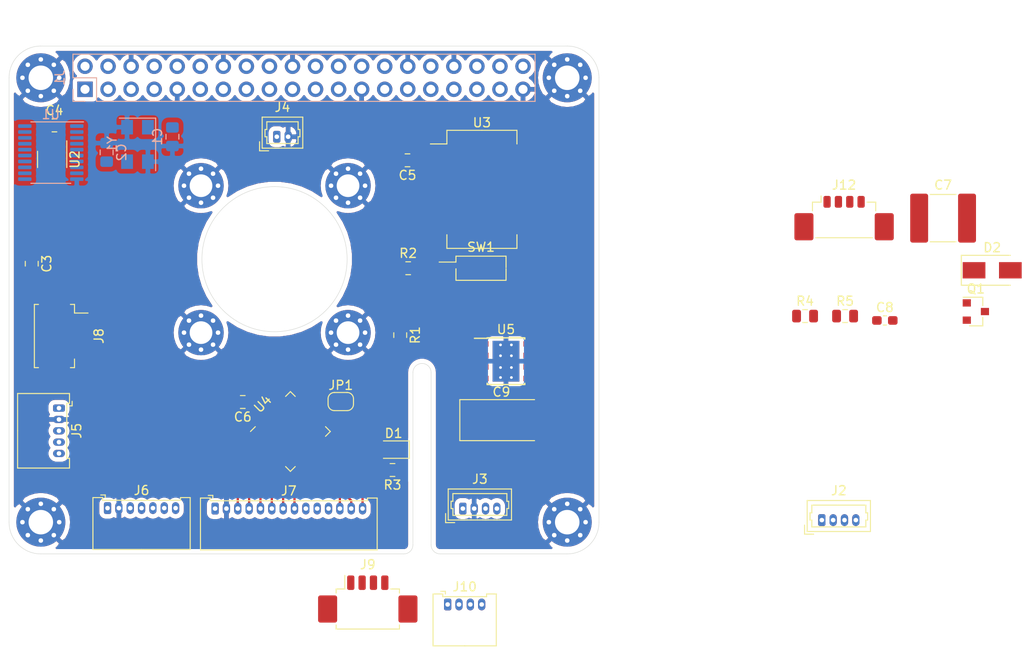
<source format=kicad_pcb>
(kicad_pcb (version 20171130) (host pcbnew 5.1.6)
  (layers (0 F.Cu signal) (31 B.Cu signal) (34 B.Paste user) (35 F.Paste user) (36 B.SilkS user) (37 F.SilkS user) (38 B.Mask user) (39 F.Mask user) (44 Edge.Cuts user))
  (net 0 "")
  (net 1 GND)
  (net 2 "Net-(C1-Pad1)")
  (net 3 "Net-(C2-Pad1)")
  (net 4 +3V3)
  (net 5 "Net-(D1-Pad1)")
  (net 6 /LED_BOARD)
  (net 7 +5V)
  (net 8 /SDA)
  (net 9 /SCL)
  (net 10 "Net-(J1-Pad7)")
  (net 11 /UART_TX)
  (net 12 /UART_RX)
  (net 13 /BTN_TEAM1)
  (net 14 "Net-(J1-Pad12)")
  (net 15 /BTN_TEAM2)
  (net 16 /BTN_START)
  (net 17 /LCD_RS)
  (net 18 "Net-(J1-Pad17)")
  (net 19 /LCD_RST)
  (net 20 /MOSI)
  (net 21 /MISO)
  (net 22 /TS_INT)
  (net 23 /SCLK)
  (net 24 /CS0)
  (net 25 /CS1)
  (net 26 "Net-(J1-Pad27)")
  (net 27 "Net-(J1-Pad28)")
  (net 28 /SHDN_REQ)
  (net 29 /SHDN_OK)
  (net 30 "Net-(J1-Pad32)")
  (net 31 "Net-(J1-Pad33)")
  (net 32 "Net-(J1-Pad35)")
  (net 33 "Net-(J1-Pad38)")
  (net 34 "Net-(J1-Pad40)")
  (net 35 /LED_READY)
  (net 36 /LED_DEBUG)
  (net 37 /LED_BUS)
  (net 38 /LED_COMM)
  (net 39 /LED_ERROR)
  (net 40 /LED_POWER)
  (net 41 /LED_RGB_R)
  (net 42 /LED_RGB_G)
  (net 43 /LED_RGB_B)
  (net 44 "Net-(J8-Pad1)")
  (net 45 "Net-(R1-Pad2)")
  (net 46 /ROBOT_SELECT)
  (net 47 "Net-(U1-Pad1)")
  (net 48 "Net-(U1-Pad2)")
  (net 49 "Net-(U1-Pad3)")
  (net 50 "Net-(U1-Pad4)")
  (net 51 "Net-(U1-Pad5)")
  (net 52 "Net-(U1-Pad6)")
  (net 53 "Net-(U1-Pad7)")
  (net 54 "Net-(U1-Pad11)")
  (net 55 "Net-(U1-Pad12)")
  (net 56 /CAN_INT)
  (net 57 "Net-(U1-Pad15)")
  (net 58 "Net-(U2-Pad5)")
  (net 59 "Net-(U3-Pad1)")
  (net 60 "Net-(U3-Pad3)")
  (net 61 "Net-(U3-Pad4)")
  (net 62 "Net-(U3-Pad10)")
  (net 63 +BATT)
  (net 64 "Net-(U4-Pad14)")
  (net 65 "Net-(U4-Pad15)")
  (net 66 "Net-(U4-Pad17)")
  (net 67 "Net-(U4-Pad18)")
  (net 68 "Net-(U4-Pad19)")
  (net 69 "Net-(U3-Pad5)")
  (net 70 "Net-(U3-Pad6)")
  (net 71 "Net-(U3-Pad7)")
  (net 72 "Net-(U3-Pad8)")
  (net 73 "Net-(U3-Pad9)")
  (net 74 "Net-(U3-Pad11)")
  (net 75 "Net-(U3-Pad12)")
  (net 76 /CANL)
  (net 77 /CANH)
  (net 78 VBUS)
  (net 79 +12V)
  (net 80 "Net-(C8-Pad1)")
  (net 81 "Net-(C8-Pad2)")
  (net 82 /VBUS_DIS)
  (net 83 "Net-(R4-Pad2)")
  (net 84 "Net-(U5-Pad2)")
  (net 85 "Net-(U5-Pad3)")
  (net 86 "Net-(U5-Pad5)")
  (net 87 "Net-(U4-Pad16)")
  (module Capacitor_SMD:C_0805_2012Metric_Pad1.15x1.40mm_HandSolder (layer B.Cu) (at 54.5 46.5 270)
    (fp_text reference C1 (at 0 1.65 270) (layer B.SilkS) (effects (justify mirror)))
    (fp_text value 15p)
    (pad 2 smd roundrect (at 1.025 0 270) (size 1.15 1.4) (layers B.Cu B.Paste B.Mask) (roundrect_rratio 0.217391) (net 1 GND))
    (pad 1 smd roundrect (at -1.025 0 270) (size 1.15 1.4) (layers B.Cu B.Paste B.Mask) (roundrect_rratio 0.217391) (net 2 "Net-(C1-Pad1)"))
  )
  (module Capacitor_SMD:C_0805_2012Metric_Pad1.15x1.40mm_HandSolder (layer B.Cu) (at 47.25 48.225 90)
    (fp_text reference C2 (at 0 1.65 270) (layer B.SilkS) (effects (justify mirror)))
    (fp_text value 15p)
    (pad 1 smd roundrect (at -1.025 0 90) (size 1.15 1.4) (layers B.Cu B.Paste B.Mask) (roundrect_rratio 0.217391) (net 3 "Net-(C2-Pad1)"))
    (pad 2 smd roundrect (at 1.025 0 90) (size 1.15 1.4) (layers B.Cu B.Paste B.Mask) (roundrect_rratio 0.217391) (net 1 GND))
  )
  (module Capacitor_SMD:C_0805_2012Metric_Pad1.15x1.40mm_HandSolder (layer F.Cu) (at 39 60.5 270)
    (fp_text reference C3 (at 0 -1.65 90) (layer F.SilkS))
    (fp_text value 100n)
    (pad 2 smd roundrect (at 1.025 0 270) (size 1.15 1.4) (layers F.Cu F.Paste F.Mask) (roundrect_rratio 0.217391) (net 1 GND))
    (pad 1 smd roundrect (at -1.025 0 270) (size 1.15 1.4) (layers F.Cu F.Paste F.Mask) (roundrect_rratio 0.217391) (net 4 +3V3))
  )
  (module Capacitor_SMD:C_0805_2012Metric_Pad1.15x1.40mm_HandSolder (layer F.Cu) (at 41.5 45.25)
    (fp_text reference C4 (at 0 -1.65) (layer F.SilkS))
    (fp_text value 100n)
    (pad 1 smd roundrect (at -1.025 0) (size 1.15 1.4) (layers F.Cu F.Paste F.Mask) (roundrect_rratio 0.217391) (net 4 +3V3))
    (pad 2 smd roundrect (at 1.025 0) (size 1.15 1.4) (layers F.Cu F.Paste F.Mask) (roundrect_rratio 0.217391) (net 1 GND))
  )
  (module Capacitor_SMD:C_0805_2012Metric_Pad1.15x1.40mm_HandSolder (layer F.Cu) (at 80.4 49.1 180)
    (fp_text reference C5 (at 0 -1.65) (layer F.SilkS))
    (fp_text value 100n)
    (pad 1 smd roundrect (at -1.025 0 180) (size 1.15 1.4) (layers F.Cu F.Paste F.Mask) (roundrect_rratio 0.217391) (net 4 +3V3))
    (pad 2 smd roundrect (at 1.025 0 180) (size 1.15 1.4) (layers F.Cu F.Paste F.Mask) (roundrect_rratio 0.217391) (net 1 GND))
  )
  (module Capacitor_SMD:C_0805_2012Metric_Pad1.15x1.40mm_HandSolder (layer F.Cu) (at 62.25 75.75 180)
    (fp_text reference C6 (at 0 -1.65) (layer F.SilkS))
    (fp_text value 100n)
    (pad 2 smd roundrect (at 1.025 0 180) (size 1.15 1.4) (layers F.Cu F.Paste F.Mask) (roundrect_rratio 0.217391) (net 1 GND))
    (pad 1 smd roundrect (at -1.025 0 180) (size 1.15 1.4) (layers F.Cu F.Paste F.Mask) (roundrect_rratio 0.217391) (net 4 +3V3))
  )
  (module LED_SMD:LED_0805_2012Metric_Pad1.15x1.40mm_HandSolder (layer F.Cu) (at 78.75 81 180)
    (fp_text reference D1 (at -0.125 1.8) (layer F.SilkS))
    (fp_text value LED)
    (pad 1 smd roundrect (at -1.025 0 180) (size 1.15 1.4) (layers F.Cu F.Paste F.Mask) (roundrect_rratio 0.217391) (net 5 "Net-(D1-Pad1)"))
    (pad 2 smd roundrect (at 1.025 0 180) (size 1.15 1.4) (layers F.Cu F.Paste F.Mask) (roundrect_rratio 0.217391) (net 6 /LED_BOARD))
  )
  (module MountingHole:MountingHole_2.5mm_Pad_Via (layer F.Cu) (at 73.85 51.9)
    (fp_text reference H1 hide)
    (fp_text value M2)
    (pad 1 thru_hole circle (at 1.325825 -1.325825) (size 0.8 0.8) (drill 0.5) (layers *.Cu *.Mask) (net 1 GND))
    (pad 1 thru_hole circle (at 0 -1.875) (size 0.8 0.8) (drill 0.5) (layers *.Cu *.Mask) (net 1 GND))
    (pad 1 thru_hole circle (at -1.325825 -1.325825) (size 0.8 0.8) (drill 0.5) (layers *.Cu *.Mask) (net 1 GND))
    (pad 1 thru_hole circle (at -1.875 0) (size 0.8 0.8) (drill 0.5) (layers *.Cu *.Mask) (net 1 GND))
    (pad 1 thru_hole circle (at -1.325825 1.325825) (size 0.8 0.8) (drill 0.5) (layers *.Cu *.Mask) (net 1 GND))
    (pad 1 thru_hole circle (at 0 1.875) (size 0.8 0.8) (drill 0.5) (layers *.Cu *.Mask) (net 1 GND))
    (pad 1 thru_hole circle (at 1.325825 1.325825) (size 0.8 0.8) (drill 0.5) (layers *.Cu *.Mask) (net 1 GND))
    (pad 1 thru_hole circle (at 1.875 0) (size 0.8 0.8) (drill 0.5) (layers *.Cu *.Mask) (net 1 GND))
    (pad 1 thru_hole circle (at 0 0) (size 5 5) (drill 2.5) (layers *.Cu *.Mask) (net 1 GND))
  )
  (module MountingHole:MountingHole_2.5mm_Pad_Via (layer F.Cu) (at 73.85 68.1)
    (fp_text reference H2 hide)
    (fp_text value M2)
    (pad 1 thru_hole circle (at 0 0) (size 5 5) (drill 2.5) (layers *.Cu *.Mask) (net 1 GND))
    (pad 1 thru_hole circle (at 1.875 0) (size 0.8 0.8) (drill 0.5) (layers *.Cu *.Mask) (net 1 GND))
    (pad 1 thru_hole circle (at 1.325825 1.325825) (size 0.8 0.8) (drill 0.5) (layers *.Cu *.Mask) (net 1 GND))
    (pad 1 thru_hole circle (at 0 1.875) (size 0.8 0.8) (drill 0.5) (layers *.Cu *.Mask) (net 1 GND))
    (pad 1 thru_hole circle (at -1.325825 1.325825) (size 0.8 0.8) (drill 0.5) (layers *.Cu *.Mask) (net 1 GND))
    (pad 1 thru_hole circle (at -1.875 0) (size 0.8 0.8) (drill 0.5) (layers *.Cu *.Mask) (net 1 GND))
    (pad 1 thru_hole circle (at -1.325825 -1.325825) (size 0.8 0.8) (drill 0.5) (layers *.Cu *.Mask) (net 1 GND))
    (pad 1 thru_hole circle (at 0 -1.875) (size 0.8 0.8) (drill 0.5) (layers *.Cu *.Mask) (net 1 GND))
    (pad 1 thru_hole circle (at 1.325825 -1.325825) (size 0.8 0.8) (drill 0.5) (layers *.Cu *.Mask) (net 1 GND))
  )
  (module MountingHole:MountingHole_2.5mm_Pad_Via (layer F.Cu) (at 57.65 51.9)
    (fp_text reference H3 hide)
    (fp_text value M2)
    (pad 1 thru_hole circle (at 0 0) (size 5 5) (drill 2.5) (layers *.Cu *.Mask) (net 1 GND))
    (pad 1 thru_hole circle (at 1.875 0) (size 0.8 0.8) (drill 0.5) (layers *.Cu *.Mask) (net 1 GND))
    (pad 1 thru_hole circle (at 1.325825 1.325825) (size 0.8 0.8) (drill 0.5) (layers *.Cu *.Mask) (net 1 GND))
    (pad 1 thru_hole circle (at 0 1.875) (size 0.8 0.8) (drill 0.5) (layers *.Cu *.Mask) (net 1 GND))
    (pad 1 thru_hole circle (at -1.325825 1.325825) (size 0.8 0.8) (drill 0.5) (layers *.Cu *.Mask) (net 1 GND))
    (pad 1 thru_hole circle (at -1.875 0) (size 0.8 0.8) (drill 0.5) (layers *.Cu *.Mask) (net 1 GND))
    (pad 1 thru_hole circle (at -1.325825 -1.325825) (size 0.8 0.8) (drill 0.5) (layers *.Cu *.Mask) (net 1 GND))
    (pad 1 thru_hole circle (at 0 -1.875) (size 0.8 0.8) (drill 0.5) (layers *.Cu *.Mask) (net 1 GND))
    (pad 1 thru_hole circle (at 1.325825 -1.325825) (size 0.8 0.8) (drill 0.5) (layers *.Cu *.Mask) (net 1 GND))
  )
  (module MountingHole:MountingHole_2.5mm_Pad_Via (layer F.Cu) (at 57.65 68.1)
    (fp_text reference H4 hide)
    (fp_text value M2)
    (pad 1 thru_hole circle (at 1.325825 -1.325825) (size 0.8 0.8) (drill 0.5) (layers *.Cu *.Mask) (net 1 GND))
    (pad 1 thru_hole circle (at 0 -1.875) (size 0.8 0.8) (drill 0.5) (layers *.Cu *.Mask) (net 1 GND))
    (pad 1 thru_hole circle (at -1.325825 -1.325825) (size 0.8 0.8) (drill 0.5) (layers *.Cu *.Mask) (net 1 GND))
    (pad 1 thru_hole circle (at -1.875 0) (size 0.8 0.8) (drill 0.5) (layers *.Cu *.Mask) (net 1 GND))
    (pad 1 thru_hole circle (at -1.325825 1.325825) (size 0.8 0.8) (drill 0.5) (layers *.Cu *.Mask) (net 1 GND))
    (pad 1 thru_hole circle (at 0 1.875) (size 0.8 0.8) (drill 0.5) (layers *.Cu *.Mask) (net 1 GND))
    (pad 1 thru_hole circle (at 1.325825 1.325825) (size 0.8 0.8) (drill 0.5) (layers *.Cu *.Mask) (net 1 GND))
    (pad 1 thru_hole circle (at 1.875 0) (size 0.8 0.8) (drill 0.5) (layers *.Cu *.Mask) (net 1 GND))
    (pad 1 thru_hole circle (at 0 0) (size 5 5) (drill 2.5) (layers *.Cu *.Mask) (net 1 GND))
  )
  (module MountingHole:MountingHole_2.7mm_M2.5_Pad_Via (layer F.Cu) (at 40 89)
    (fp_text reference H5 hide)
    (fp_text value M2.5 hide)
    (pad 1 thru_hole circle (at 1.431891 -1.431891) (size 0.8 0.8) (drill 0.5) (layers *.Cu *.Mask) (net 1 GND))
    (pad 1 thru_hole circle (at 0 -2.025) (size 0.8 0.8) (drill 0.5) (layers *.Cu *.Mask) (net 1 GND))
    (pad 1 thru_hole circle (at -1.431891 -1.431891) (size 0.8 0.8) (drill 0.5) (layers *.Cu *.Mask) (net 1 GND))
    (pad 1 thru_hole circle (at -2.025 0) (size 0.8 0.8) (drill 0.5) (layers *.Cu *.Mask) (net 1 GND))
    (pad 1 thru_hole circle (at -1.431891 1.431891) (size 0.8 0.8) (drill 0.5) (layers *.Cu *.Mask) (net 1 GND))
    (pad 1 thru_hole circle (at 0 2.025) (size 0.8 0.8) (drill 0.5) (layers *.Cu *.Mask) (net 1 GND))
    (pad 1 thru_hole circle (at 1.431891 1.431891) (size 0.8 0.8) (drill 0.5) (layers *.Cu *.Mask) (net 1 GND))
    (pad 1 thru_hole circle (at 2.025 0) (size 0.8 0.8) (drill 0.5) (layers *.Cu *.Mask) (net 1 GND))
    (pad 1 thru_hole circle (at 0 0) (size 5.4 5.4) (drill 2.7) (layers *.Cu *.Mask) (net 1 GND))
  )
  (module MountingHole:MountingHole_2.7mm_M2.5_Pad_Via (layer F.Cu) (at 98 40)
    (fp_text reference H6 hide)
    (fp_text value M2.5 hide)
    (pad 1 thru_hole circle (at 0 0) (size 5.4 5.4) (drill 2.7) (layers *.Cu *.Mask) (net 1 GND))
    (pad 1 thru_hole circle (at 2.025 0) (size 0.8 0.8) (drill 0.5) (layers *.Cu *.Mask) (net 1 GND))
    (pad 1 thru_hole circle (at 1.431891 1.431891) (size 0.8 0.8) (drill 0.5) (layers *.Cu *.Mask) (net 1 GND))
    (pad 1 thru_hole circle (at 0 2.025) (size 0.8 0.8) (drill 0.5) (layers *.Cu *.Mask) (net 1 GND))
    (pad 1 thru_hole circle (at -1.431891 1.431891) (size 0.8 0.8) (drill 0.5) (layers *.Cu *.Mask) (net 1 GND))
    (pad 1 thru_hole circle (at -2.025 0) (size 0.8 0.8) (drill 0.5) (layers *.Cu *.Mask) (net 1 GND))
    (pad 1 thru_hole circle (at -1.431891 -1.431891) (size 0.8 0.8) (drill 0.5) (layers *.Cu *.Mask) (net 1 GND))
    (pad 1 thru_hole circle (at 0 -2.025) (size 0.8 0.8) (drill 0.5) (layers *.Cu *.Mask) (net 1 GND))
    (pad 1 thru_hole circle (at 1.431891 -1.431891) (size 0.8 0.8) (drill 0.5) (layers *.Cu *.Mask) (net 1 GND))
  )
  (module MountingHole:MountingHole_2.7mm_M2.5_Pad_Via (layer F.Cu) (at 98 89)
    (fp_text reference H7 hide)
    (fp_text value M2.5)
    (pad 1 thru_hole circle (at 1.431891 -1.431891) (size 0.8 0.8) (drill 0.5) (layers *.Cu *.Mask) (net 1 GND))
    (pad 1 thru_hole circle (at 0 -2.025) (size 0.8 0.8) (drill 0.5) (layers *.Cu *.Mask) (net 1 GND))
    (pad 1 thru_hole circle (at -1.431891 -1.431891) (size 0.8 0.8) (drill 0.5) (layers *.Cu *.Mask) (net 1 GND))
    (pad 1 thru_hole circle (at -2.025 0) (size 0.8 0.8) (drill 0.5) (layers *.Cu *.Mask) (net 1 GND))
    (pad 1 thru_hole circle (at -1.431891 1.431891) (size 0.8 0.8) (drill 0.5) (layers *.Cu *.Mask) (net 1 GND))
    (pad 1 thru_hole circle (at 0 2.025) (size 0.8 0.8) (drill 0.5) (layers *.Cu *.Mask) (net 1 GND))
    (pad 1 thru_hole circle (at 1.431891 1.431891) (size 0.8 0.8) (drill 0.5) (layers *.Cu *.Mask) (net 1 GND))
    (pad 1 thru_hole circle (at 2.025 0) (size 0.8 0.8) (drill 0.5) (layers *.Cu *.Mask) (net 1 GND))
    (pad 1 thru_hole circle (at 0 0) (size 5.4 5.4) (drill 2.7) (layers *.Cu *.Mask) (net 1 GND))
  )
  (module MountingHole:MountingHole_2.7mm_M2.5_Pad_Via (layer F.Cu) (at 40 40)
    (fp_text reference H8 hide)
    (fp_text value M2.5 hide)
    (pad 1 thru_hole circle (at 0 0) (size 5.4 5.4) (drill 2.7) (layers *.Cu *.Mask) (net 1 GND))
    (pad 1 thru_hole circle (at 2.025 0) (size 0.8 0.8) (drill 0.5) (layers *.Cu *.Mask) (net 1 GND))
    (pad 1 thru_hole circle (at 1.431891 1.431891) (size 0.8 0.8) (drill 0.5) (layers *.Cu *.Mask) (net 1 GND))
    (pad 1 thru_hole circle (at 0 2.025) (size 0.8 0.8) (drill 0.5) (layers *.Cu *.Mask) (net 1 GND))
    (pad 1 thru_hole circle (at -1.431891 1.431891) (size 0.8 0.8) (drill 0.5) (layers *.Cu *.Mask) (net 1 GND))
    (pad 1 thru_hole circle (at -2.025 0) (size 0.8 0.8) (drill 0.5) (layers *.Cu *.Mask) (net 1 GND))
    (pad 1 thru_hole circle (at -1.431891 -1.431891) (size 0.8 0.8) (drill 0.5) (layers *.Cu *.Mask) (net 1 GND))
    (pad 1 thru_hole circle (at 0 -2.025) (size 0.8 0.8) (drill 0.5) (layers *.Cu *.Mask) (net 1 GND))
    (pad 1 thru_hole circle (at 1.431891 -1.431891) (size 0.8 0.8) (drill 0.5) (layers *.Cu *.Mask) (net 1 GND))
  )
  (module Connector_PinSocket_2.54mm:PinSocket_2x20_P2.54mm_Vertical (layer B.Cu) (at 44.87 41.27 270)
    (fp_text reference J1 (at -1.27 2.77 270) (layer B.SilkS) (effects (justify mirror)))
    (fp_text value Conn_02x20_Odd_Even)
    (pad 1 thru_hole rect (at 0 0 270) (size 1.7 1.7) (drill 1) (layers *.Cu *.Mask) (net 4 +3V3))
    (pad 2 thru_hole oval (at -2.54 0 270) (size 1.7 1.7) (drill 1) (layers *.Cu *.Mask) (net 7 +5V))
    (pad 3 thru_hole oval (at 0 -2.54 270) (size 1.7 1.7) (drill 1) (layers *.Cu *.Mask) (net 8 /SDA))
    (pad 4 thru_hole oval (at -2.54 -2.54 270) (size 1.7 1.7) (drill 1) (layers *.Cu *.Mask) (net 7 +5V))
    (pad 5 thru_hole oval (at 0 -5.08 270) (size 1.7 1.7) (drill 1) (layers *.Cu *.Mask) (net 9 /SCL))
    (pad 6 thru_hole oval (at -2.54 -5.08 270) (size 1.7 1.7) (drill 1) (layers *.Cu *.Mask) (net 1 GND))
    (pad 7 thru_hole oval (at 0 -7.62 270) (size 1.7 1.7) (drill 1) (layers *.Cu *.Mask) (net 10 "Net-(J1-Pad7)"))
    (pad 8 thru_hole oval (at -2.54 -7.62 270) (size 1.7 1.7) (drill 1) (layers *.Cu *.Mask) (net 11 /UART_TX))
    (pad 9 thru_hole oval (at 0 -10.16 270) (size 1.7 1.7) (drill 1) (layers *.Cu *.Mask) (net 1 GND))
    (pad 10 thru_hole oval (at -2.54 -10.16 270) (size 1.7 1.7) (drill 1) (layers *.Cu *.Mask) (net 12 /UART_RX))
    (pad 11 thru_hole oval (at 0 -12.7 270) (size 1.7 1.7) (drill 1) (layers *.Cu *.Mask) (net 13 /BTN_TEAM1))
    (pad 12 thru_hole oval (at -2.54 -12.7 270) (size 1.7 1.7) (drill 1) (layers *.Cu *.Mask) (net 14 "Net-(J1-Pad12)"))
    (pad 13 thru_hole oval (at 0 -15.24 270) (size 1.7 1.7) (drill 1) (layers *.Cu *.Mask) (net 15 /BTN_TEAM2))
    (pad 14 thru_hole oval (at -2.54 -15.24 270) (size 1.7 1.7) (drill 1) (layers *.Cu *.Mask) (net 1 GND))
    (pad 15 thru_hole oval (at 0 -17.78 270) (size 1.7 1.7) (drill 1) (layers *.Cu *.Mask) (net 16 /BTN_START))
    (pad 16 thru_hole oval (at -2.54 -17.78 270) (size 1.7 1.7) (drill 1) (layers *.Cu *.Mask) (net 17 /LCD_RS))
    (pad 17 thru_hole oval (at 0 -20.32 270) (size 1.7 1.7) (drill 1) (layers *.Cu *.Mask) (net 18 "Net-(J1-Pad17)"))
    (pad 18 thru_hole oval (at -2.54 -20.32 270) (size 1.7 1.7) (drill 1) (layers *.Cu *.Mask) (net 19 /LCD_RST))
    (pad 19 thru_hole oval (at 0 -22.86 270) (size 1.7 1.7) (drill 1) (layers *.Cu *.Mask) (net 20 /MOSI))
    (pad 20 thru_hole oval (at -2.54 -22.86 270) (size 1.7 1.7) (drill 1) (layers *.Cu *.Mask) (net 1 GND))
    (pad 21 thru_hole oval (at 0 -25.4 270) (size 1.7 1.7) (drill 1) (layers *.Cu *.Mask) (net 21 /MISO))
    (pad 22 thru_hole oval (at -2.54 -25.4 270) (size 1.7 1.7) (drill 1) (layers *.Cu *.Mask) (net 22 /TS_INT))
    (pad 23 thru_hole oval (at 0 -27.94 270) (size 1.7 1.7) (drill 1) (layers *.Cu *.Mask) (net 23 /SCLK))
    (pad 24 thru_hole oval (at -2.54 -27.94 270) (size 1.7 1.7) (drill 1) (layers *.Cu *.Mask) (net 24 /CS0))
    (pad 25 thru_hole oval (at 0 -30.48 270) (size 1.7 1.7) (drill 1) (layers *.Cu *.Mask) (net 1 GND))
    (pad 26 thru_hole oval (at -2.54 -30.48 270) (size 1.7 1.7) (drill 1) (layers *.Cu *.Mask) (net 25 /CS1))
    (pad 27 thru_hole oval (at 0 -33.02 270) (size 1.7 1.7) (drill 1) (layers *.Cu *.Mask) (net 26 "Net-(J1-Pad27)"))
    (pad 28 thru_hole oval (at -2.54 -33.02 270) (size 1.7 1.7) (drill 1) (layers *.Cu *.Mask) (net 27 "Net-(J1-Pad28)"))
    (pad 29 thru_hole oval (at 0 -35.56 270) (size 1.7 1.7) (drill 1) (layers *.Cu *.Mask) (net 28 /SHDN_REQ))
    (pad 30 thru_hole oval (at -2.54 -35.56 270) (size 1.7 1.7) (drill 1) (layers *.Cu *.Mask) (net 1 GND))
    (pad 31 thru_hole oval (at 0 -38.1 270) (size 1.7 1.7) (drill 1) (layers *.Cu *.Mask) (net 29 /SHDN_OK))
    (pad 32 thru_hole oval (at -2.54 -38.1 270) (size 1.7 1.7) (drill 1) (layers *.Cu *.Mask) (net 30 "Net-(J1-Pad32)"))
    (pad 33 thru_hole oval (at 0 -40.64 270) (size 1.7 1.7) (drill 1) (layers *.Cu *.Mask) (net 31 "Net-(J1-Pad33)"))
    (pad 34 thru_hole oval (at -2.54 -40.64 270) (size 1.7 1.7) (drill 1) (layers *.Cu *.Mask) (net 1 GND))
    (pad 35 thru_hole oval (at 0 -43.18 270) (size 1.7 1.7) (drill 1) (layers *.Cu *.Mask) (net 32 "Net-(J1-Pad35)"))
    (pad 36 thru_hole oval (at -2.54 -43.18 270) (size 1.7 1.7) (drill 1) (layers *.Cu *.Mask) (net 82 /VBUS_DIS))
    (pad 37 thru_hole oval (at 0 -45.72 270) (size 1.7 1.7) (drill 1) (layers *.Cu *.Mask) (net 56 /CAN_INT))
    (pad 38 thru_hole oval (at -2.54 -45.72 270) (size 1.7 1.7) (drill 1) (layers *.Cu *.Mask) (net 33 "Net-(J1-Pad38)"))
    (pad 39 thru_hole oval (at 0 -48.26 270) (size 1.7 1.7) (drill 1) (layers *.Cu *.Mask) (net 1 GND))
    (pad 40 thru_hole oval (at -2.54 -48.26 270) (size 1.7 1.7) (drill 1) (layers *.Cu *.Mask) (net 34 "Net-(J1-Pad40)"))
  )
  (module Connector_Molex:Molex_PicoBlade_53047-0210_1x02_P1.25mm_Vertical (layer F.Cu) (at 66 46.5)
    (fp_text reference J4 (at 0.62 -3.25) (layer F.SilkS))
    (fp_text value 0530470210)
    (pad 1 thru_hole roundrect (at 0 0) (size 0.8 1.3) (drill 0.5) (layers *.Cu *.Mask) (net 7 +5V))
    (pad 2 thru_hole oval (at 1.25 0) (size 0.8 1.3) (drill 0.5) (layers *.Cu *.Mask) (net 1 GND))
  )
  (module Jumper:SolderJumper-2_P1.3mm_Open_RoundedPad1.0x1.5mm (layer F.Cu) (at 73.05 75.7)
    (fp_text reference JP1 (at 0 -1.8) (layer F.SilkS))
    (fp_text value Jumper_NO_Small)
    (pad 1 smd custom (at -0.65 0) (size 1 0.5) (layers F.Cu F.Mask) (net 78 VBUS) (options (clearance outline) (anchor rect)) (primitives (gr_circle (center 0 0.25) (end 0.5 0.25) (width 0)) (gr_circle (center 0 -0.25) (end 0.5 -0.25) (width 0)) (gr_poly (pts (xy 0 -0.75) (xy 0.5 -0.75) (xy 0.5 0.75) (xy 0 0.75)) (width 0))))
    (pad 2 smd custom (at 0.65 0) (size 1 0.5) (layers F.Cu F.Mask) (net 7 +5V) (options (clearance outline) (anchor rect)) (primitives (gr_circle (center 0 0.25) (end 0.5 0.25) (width 0)) (gr_circle (center 0 -0.25) (end 0.5 -0.25) (width 0)) (gr_poly (pts (xy 0 -0.75) (xy -0.5 -0.75) (xy -0.5 0.75) (xy 0 0.75)) (width 0))))
  )
  (module Resistor_SMD:R_0805_2012Metric_Pad1.15x1.40mm_HandSolder (layer F.Cu) (at 79.6 68.375 270)
    (fp_text reference R1 (at 0 -1.65 90) (layer F.SilkS))
    (fp_text value 10k)
    (pad 1 smd roundrect (at -1.025 0 270) (size 1.15 1.4) (layers F.Cu F.Paste F.Mask) (roundrect_rratio 0.217391) (net 4 +3V3))
    (pad 2 smd roundrect (at 1.025 0 270) (size 1.15 1.4) (layers F.Cu F.Paste F.Mask) (roundrect_rratio 0.217391) (net 45 "Net-(R1-Pad2)"))
  )
  (module Resistor_SMD:R_0805_2012Metric_Pad1.15x1.40mm_HandSolder (layer F.Cu) (at 80.475 61)
    (fp_text reference R2 (at 0 -1.65) (layer F.SilkS))
    (fp_text value 10k)
    (pad 1 smd roundrect (at -1.025 0) (size 1.15 1.4) (layers F.Cu F.Paste F.Mask) (roundrect_rratio 0.217391) (net 4 +3V3))
    (pad 2 smd roundrect (at 1.025 0) (size 1.15 1.4) (layers F.Cu F.Paste F.Mask) (roundrect_rratio 0.217391) (net 46 /ROBOT_SELECT))
  )
  (module Resistor_SMD:R_0805_2012Metric_Pad1.15x1.40mm_HandSolder (layer F.Cu) (at 78.75 83.25 180)
    (fp_text reference R3 (at 0 -1.65) (layer F.SilkS))
    (fp_text value R_Small)
    (pad 2 smd roundrect (at 1.025 0 180) (size 1.15 1.4) (layers F.Cu F.Paste F.Mask) (roundrect_rratio 0.217391) (net 1 GND))
    (pad 1 smd roundrect (at -1.025 0 180) (size 1.15 1.4) (layers F.Cu F.Paste F.Mask) (roundrect_rratio 0.217391) (net 5 "Net-(D1-Pad1)"))
  )
  (module Package_SO:TSSOP-20_4.4x6.5mm_P0.65mm (layer B.Cu) (at 41.1 48.25 180)
    (fp_text reference U1 (at 0 4.2) (layer B.SilkS) (effects (justify mirror)))
    (fp_text value MCP2515-xST)
    (pad 1 smd roundrect (at -2.8625 2.925 180) (size 1.475 0.4) (layers B.Cu B.Paste B.Mask) (net 47 "Net-(U1-Pad1)"))
    (pad 2 smd roundrect (at -2.8625 2.275 180) (size 1.475 0.4) (layers B.Cu B.Paste B.Mask) (net 48 "Net-(U1-Pad2)"))
    (pad 3 smd roundrect (at -2.8625 1.625 180) (size 1.475 0.4) (layers B.Cu B.Paste B.Mask) (net 49 "Net-(U1-Pad3)"))
    (pad 4 smd roundrect (at -2.8625 0.975 180) (size 1.475 0.4) (layers B.Cu B.Paste B.Mask) (net 50 "Net-(U1-Pad4)"))
    (pad 5 smd roundrect (at -2.8625 0.325 180) (size 1.475 0.4) (layers B.Cu B.Paste B.Mask) (net 51 "Net-(U1-Pad5)"))
    (pad 6 smd roundrect (at -2.8625 -0.325 180) (size 1.475 0.4) (layers B.Cu B.Paste B.Mask) (net 52 "Net-(U1-Pad6)"))
    (pad 7 smd roundrect (at -2.8625 -0.975 180) (size 1.475 0.4) (layers B.Cu B.Paste B.Mask) (net 53 "Net-(U1-Pad7)"))
    (pad 8 smd roundrect (at -2.8625 -1.625 180) (size 1.475 0.4) (layers B.Cu B.Paste B.Mask) (net 2 "Net-(C1-Pad1)"))
    (pad 9 smd roundrect (at -2.8625 -2.275 180) (size 1.475 0.4) (layers B.Cu B.Paste B.Mask) (net 3 "Net-(C2-Pad1)"))
    (pad 10 smd roundrect (at -2.8625 -2.925 180) (size 1.475 0.4) (layers B.Cu B.Paste B.Mask) (net 1 GND))
    (pad 11 smd roundrect (at 2.8625 -2.925 180) (size 1.475 0.4) (layers B.Cu B.Paste B.Mask) (net 54 "Net-(U1-Pad11)"))
    (pad 12 smd roundrect (at 2.8625 -2.275 180) (size 1.475 0.4) (layers B.Cu B.Paste B.Mask) (net 55 "Net-(U1-Pad12)"))
    (pad 13 smd roundrect (at 2.8625 -1.625 180) (size 1.475 0.4) (layers B.Cu B.Paste B.Mask) (net 56 /CAN_INT))
    (pad 14 smd roundrect (at 2.8625 -0.975 180) (size 1.475 0.4) (layers B.Cu B.Paste B.Mask) (net 23 /SCLK))
    (pad 15 smd roundrect (at 2.8625 -0.325 180) (size 1.475 0.4) (layers B.Cu B.Paste B.Mask) (net 57 "Net-(U1-Pad15)"))
    (pad 16 smd roundrect (at 2.8625 0.325 180) (size 1.475 0.4) (layers B.Cu B.Paste B.Mask) (net 20 /MOSI))
    (pad 17 smd roundrect (at 2.8625 0.975 180) (size 1.475 0.4) (layers B.Cu B.Paste B.Mask) (net 21 /MISO))
    (pad 18 smd roundrect (at 2.8625 1.625 180) (size 1.475 0.4) (layers B.Cu B.Paste B.Mask) (net 24 /CS0))
    (pad 19 smd roundrect (at 2.8625 2.275 180) (size 1.475 0.4) (layers B.Cu B.Paste B.Mask) (net 45 "Net-(R1-Pad2)"))
    (pad 20 smd roundrect (at 2.8625 2.925 180) (size 1.475 0.4) (layers B.Cu B.Paste B.Mask) (net 4 +3V3))
  )
  (module Package_TO_SOT_SMD:SOT-23-8_Handsoldering (layer F.Cu) (at 41.25 49 270)
    (fp_text reference U2 (at 0 -2.5 90) (layer F.SilkS))
    (fp_text value MAX3051)
    (pad 1 smd rect (at -1.35 -0.98 270) (size 1.56 0.4) (layers F.Cu F.Paste F.Mask) (net 47 "Net-(U1-Pad1)"))
    (pad 2 smd rect (at -1.35 -0.33 270) (size 1.56 0.4) (layers F.Cu F.Paste F.Mask) (net 1 GND))
    (pad 3 smd rect (at -1.35 0.33 270) (size 1.56 0.4) (layers F.Cu F.Paste F.Mask) (net 4 +3V3))
    (pad 4 smd rect (at -1.35 0.98 270) (size 1.56 0.4) (layers F.Cu F.Paste F.Mask) (net 48 "Net-(U1-Pad2)"))
    (pad 5 smd rect (at 1.35 0.98 270) (size 1.56 0.4) (layers F.Cu F.Paste F.Mask) (net 58 "Net-(U2-Pad5)"))
    (pad 6 smd rect (at 1.35 0.33 270) (size 1.56 0.4) (layers F.Cu F.Paste F.Mask) (net 76 /CANL))
    (pad 7 smd rect (at 1.35 -0.33 270) (size 1.56 0.4) (layers F.Cu F.Paste F.Mask) (net 77 /CANH))
    (pad 8 smd rect (at 1.35 -0.98 270) (size 1.56 0.4) (layers F.Cu F.Paste F.Mask) (net 1 GND))
  )
  (module Package_SO:SOIC-16W_7.5x12.8mm_P1.27mm (layer F.Cu) (at 88.6 52.3)
    (fp_text reference U3 (at 0 -7.35) (layer F.SilkS))
    (fp_text value DS3231)
    (pad 1 smd roundrect (at -4.65 -4.445) (size 2.05 0.6) (layers F.Cu F.Paste F.Mask) (net 59 "Net-(U3-Pad1)"))
    (pad 2 smd roundrect (at -4.65 -3.175) (size 2.05 0.6) (layers F.Cu F.Paste F.Mask) (net 4 +3V3))
    (pad 3 smd roundrect (at -4.65 -1.905) (size 2.05 0.6) (layers F.Cu F.Paste F.Mask) (net 60 "Net-(U3-Pad3)"))
    (pad 4 smd roundrect (at -4.65 -0.635) (size 2.05 0.6) (layers F.Cu F.Paste F.Mask) (net 61 "Net-(U3-Pad4)"))
    (pad 5 smd roundrect (at -4.65 0.635) (size 2.05 0.6) (layers F.Cu F.Paste F.Mask) (net 69 "Net-(U3-Pad5)"))
    (pad 6 smd roundrect (at -4.65 1.905) (size 2.05 0.6) (layers F.Cu F.Paste F.Mask) (net 70 "Net-(U3-Pad6)"))
    (pad 7 smd roundrect (at -4.65 3.175) (size 2.05 0.6) (layers F.Cu F.Paste F.Mask) (net 71 "Net-(U3-Pad7)"))
    (pad 8 smd roundrect (at -4.65 4.445) (size 2.05 0.6) (layers F.Cu F.Paste F.Mask) (net 72 "Net-(U3-Pad8)"))
    (pad 9 smd roundrect (at 4.65 4.445) (size 2.05 0.6) (layers F.Cu F.Paste F.Mask) (net 73 "Net-(U3-Pad9)"))
    (pad 10 smd roundrect (at 4.65 3.175) (size 2.05 0.6) (layers F.Cu F.Paste F.Mask) (net 62 "Net-(U3-Pad10)"))
    (pad 11 smd roundrect (at 4.65 1.905) (size 2.05 0.6) (layers F.Cu F.Paste F.Mask) (net 74 "Net-(U3-Pad11)"))
    (pad 12 smd roundrect (at 4.65 0.635) (size 2.05 0.6) (layers F.Cu F.Paste F.Mask) (net 75 "Net-(U3-Pad12)"))
    (pad 13 smd roundrect (at 4.65 -0.635) (size 2.05 0.6) (layers F.Cu F.Paste F.Mask) (net 1 GND))
    (pad 14 smd roundrect (at 4.65 -1.905) (size 2.05 0.6) (layers F.Cu F.Paste F.Mask) (net 63 +BATT))
    (pad 15 smd roundrect (at 4.65 -3.175) (size 2.05 0.6) (layers F.Cu F.Paste F.Mask) (net 8 /SDA))
    (pad 16 smd roundrect (at 4.65 -4.445) (size 2.05 0.6) (layers F.Cu F.Paste F.Mask) (net 9 /SCL))
  )
  (module Package_DFN_QFN:QFN-28-1EP_6x6mm_P0.65mm_EP4.25x4.25mm (layer F.Cu) (at 67.5 79 45)
    (fp_text reference U4 (at 0 -4.3 45) (layer F.SilkS))
    (fp_text value PCA9685BS)
    (pad 1 smd roundrect (at -2.8375 -1.95 45) (size 1.025 0.3) (layers F.Cu F.Paste F.Mask) (net 1 GND))
    (pad 2 smd roundrect (at -2.8375 -1.3 45) (size 1.025 0.3) (layers F.Cu F.Paste F.Mask) (net 4 +3V3))
    (pad 3 smd roundrect (at -2.8375 -0.65 45) (size 1.025 0.3) (layers F.Cu F.Paste F.Mask) (net 35 /LED_READY))
    (pad 4 smd roundrect (at -2.8375 0 45) (size 1.025 0.3) (layers F.Cu F.Paste F.Mask) (net 36 /LED_DEBUG))
    (pad 5 smd roundrect (at -2.8375 0.65 45) (size 1.025 0.3) (layers F.Cu F.Paste F.Mask) (net 37 /LED_BUS))
    (pad 6 smd roundrect (at -2.8375 1.3 45) (size 1.025 0.3) (layers F.Cu F.Paste F.Mask) (net 38 /LED_COMM))
    (pad 7 smd roundrect (at -2.8375 1.95 45) (size 1.025 0.3) (layers F.Cu F.Paste F.Mask) (net 39 /LED_ERROR))
    (pad 8 smd roundrect (at -1.95 2.8375 45) (size 0.3 1.025) (layers F.Cu F.Paste F.Mask) (net 40 /LED_POWER))
    (pad 9 smd roundrect (at -1.3 2.8375 45) (size 0.3 1.025) (layers F.Cu F.Paste F.Mask) (net 41 /LED_RGB_R))
    (pad 10 smd roundrect (at -0.65 2.8375 45) (size 0.3 1.025) (layers F.Cu F.Paste F.Mask) (net 42 /LED_RGB_G))
    (pad 11 smd roundrect (at 0 2.8375 45) (size 0.3 1.025) (layers F.Cu F.Paste F.Mask) (net 1 GND))
    (pad 12 smd roundrect (at 0.65 2.8375 45) (size 0.3 1.025) (layers F.Cu F.Paste F.Mask) (net 43 /LED_RGB_B))
    (pad 13 smd roundrect (at 1.3 2.8375 45) (size 0.3 1.025) (layers F.Cu F.Paste F.Mask) (net 6 /LED_BOARD))
    (pad 14 smd roundrect (at 1.95 2.8375 45) (size 0.3 1.025) (layers F.Cu F.Paste F.Mask) (net 64 "Net-(U4-Pad14)"))
    (pad 15 smd roundrect (at 2.8375 1.95 45) (size 1.025 0.3) (layers F.Cu F.Paste F.Mask) (net 65 "Net-(U4-Pad15)"))
    (pad 16 smd roundrect (at 2.8375 1.3 45) (size 1.025 0.3) (layers F.Cu F.Paste F.Mask) (net 87 "Net-(U4-Pad16)"))
    (pad 17 smd roundrect (at 2.8375 0.65 45) (size 1.025 0.3) (layers F.Cu F.Paste F.Mask) (net 66 "Net-(U4-Pad17)"))
    (pad 18 smd roundrect (at 2.8375 0 45) (size 1.025 0.3) (layers F.Cu F.Paste F.Mask) (net 67 "Net-(U4-Pad18)"))
    (pad 19 smd roundrect (at 2.8375 -0.65 45) (size 1.025 0.3) (layers F.Cu F.Paste F.Mask) (net 68 "Net-(U4-Pad19)"))
    (pad 20 smd roundrect (at 2.8375 -1.3 45) (size 1.025 0.3) (layers F.Cu F.Paste F.Mask) (net 1 GND))
    (pad 21 smd roundrect (at 2.8375 -1.95 45) (size 1.025 0.3) (layers F.Cu F.Paste F.Mask) (net 1 GND))
    (pad 22 smd roundrect (at 1.95 -2.8375 45) (size 0.3 1.025) (layers F.Cu F.Paste F.Mask) (net 1 GND))
    (pad 23 smd roundrect (at 1.3 -2.8375 45) (size 0.3 1.025) (layers F.Cu F.Paste F.Mask) (net 9 /SCL))
    (pad 24 smd roundrect (at 0.65 -2.8375 45) (size 0.3 1.025) (layers F.Cu F.Paste F.Mask) (net 8 /SDA))
    (pad 25 smd roundrect (at 0 -2.8375 45) (size 0.3 1.025) (layers F.Cu F.Paste F.Mask) (net 4 +3V3))
    (pad 26 smd roundrect (at -0.65 -2.8375 45) (size 0.3 1.025) (layers F.Cu F.Paste F.Mask) (net 4 +3V3))
    (pad 27 smd roundrect (at -1.3 -2.8375 45) (size 0.3 1.025) (layers F.Cu F.Paste F.Mask) (net 1 GND))
    (pad 28 smd roundrect (at -1.95 -2.8375 45) (size 0.3 1.025) (layers F.Cu F.Paste F.Mask) (net 4 +3V3))
    (pad 29 smd rect (at 0 0 45) (size 4.25 4.25) (layers F.Cu F.Mask) (net 1 GND))
  )
  (module Connector_Molex:Molex_PicoBlade_53048-0510_1x05_P1.25mm_Horizontal (layer F.Cu) (at 42 76.425 270)
    (fp_text reference J5 (at 2.5 -1.95 90) (layer F.SilkS))
    (fp_text value Conn_01x05)
    (pad 1 thru_hole roundrect (at 0 0 270) (size 0.8 1.3) (drill 0.5) (layers *.Cu *.Mask) (net 7 +5V))
    (pad 2 thru_hole oval (at 1.25 0 270) (size 0.8 1.3) (drill 0.5) (layers *.Cu *.Mask) (net 1 GND))
    (pad 3 thru_hole oval (at 2.5 0 270) (size 0.8 1.3) (drill 0.5) (layers *.Cu *.Mask) (net 9 /SCL))
    (pad 4 thru_hole oval (at 3.75 0 270) (size 0.8 1.3) (drill 0.5) (layers *.Cu *.Mask) (net 8 /SDA))
    (pad 5 thru_hole oval (at 5 0 270) (size 0.8 1.3) (drill 0.5) (layers *.Cu *.Mask) (net 22 /TS_INT))
  )
  (module Connector_Molex:Molex_PicoBlade_53048-0710_1x07_P1.25mm_Horizontal (layer F.Cu) (at 47.35 87.45)
    (fp_text reference J6 (at 3.75 -1.95) (layer F.SilkS))
    (fp_text value Conn_01x07)
    (pad 1 thru_hole roundrect (at 0 0) (size 0.8 1.3) (drill 0.5) (layers *.Cu *.Mask) (net 7 +5V))
    (pad 2 thru_hole oval (at 1.25 0) (size 0.8 1.3) (drill 0.5) (layers *.Cu *.Mask) (net 1 GND))
    (pad 3 thru_hole oval (at 2.5 0) (size 0.8 1.3) (drill 0.5) (layers *.Cu *.Mask) (net 20 /MOSI))
    (pad 4 thru_hole oval (at 3.75 0) (size 0.8 1.3) (drill 0.5) (layers *.Cu *.Mask) (net 23 /SCLK))
    (pad 5 thru_hole oval (at 5 0) (size 0.8 1.3) (drill 0.5) (layers *.Cu *.Mask) (net 25 /CS1))
    (pad 6 thru_hole oval (at 6.25 0) (size 0.8 1.3) (drill 0.5) (layers *.Cu *.Mask) (net 17 /LCD_RS))
    (pad 7 thru_hole oval (at 7.5 0) (size 0.8 1.3) (drill 0.5) (layers *.Cu *.Mask) (net 19 /LCD_RST))
  )
  (module Connector_Molex:Molex_PicoBlade_53048-1410_1x14_P1.25mm_Horizontal (layer F.Cu) (at 59.2 87.5)
    (fp_text reference J7 (at 8.12 -1.95) (layer F.SilkS))
    (fp_text value 0530471410)
    (pad 1 thru_hole roundrect (at 0 0) (size 0.8 1.3) (drill 0.5) (layers *.Cu *.Mask) (net 7 +5V))
    (pad 2 thru_hole oval (at 1.25 0) (size 0.8 1.3) (drill 0.5) (layers *.Cu *.Mask) (net 1 GND))
    (pad 3 thru_hole oval (at 2.5 0) (size 0.8 1.3) (drill 0.5) (layers *.Cu *.Mask) (net 35 /LED_READY))
    (pad 4 thru_hole oval (at 3.75 0) (size 0.8 1.3) (drill 0.5) (layers *.Cu *.Mask) (net 36 /LED_DEBUG))
    (pad 5 thru_hole oval (at 5 0) (size 0.8 1.3) (drill 0.5) (layers *.Cu *.Mask) (net 37 /LED_BUS))
    (pad 6 thru_hole oval (at 6.25 0) (size 0.8 1.3) (drill 0.5) (layers *.Cu *.Mask) (net 38 /LED_COMM))
    (pad 7 thru_hole oval (at 7.5 0) (size 0.8 1.3) (drill 0.5) (layers *.Cu *.Mask) (net 39 /LED_ERROR))
    (pad 8 thru_hole oval (at 8.75 0) (size 0.8 1.3) (drill 0.5) (layers *.Cu *.Mask) (net 40 /LED_POWER))
    (pad 9 thru_hole oval (at 10 0) (size 0.8 1.3) (drill 0.5) (layers *.Cu *.Mask) (net 13 /BTN_TEAM1))
    (pad 10 thru_hole oval (at 11.25 0) (size 0.8 1.3) (drill 0.5) (layers *.Cu *.Mask) (net 15 /BTN_TEAM2))
    (pad 11 thru_hole oval (at 12.5 0) (size 0.8 1.3) (drill 0.5) (layers *.Cu *.Mask) (net 16 /BTN_START))
    (pad 12 thru_hole oval (at 13.75 0) (size 0.8 1.3) (drill 0.5) (layers *.Cu *.Mask) (net 41 /LED_RGB_R))
    (pad 13 thru_hole oval (at 15 0) (size 0.8 1.3) (drill 0.5) (layers *.Cu *.Mask) (net 42 /LED_RGB_G))
    (pad 14 thru_hole oval (at 16.25 0) (size 0.8 1.3) (drill 0.5) (layers *.Cu *.Mask) (net 43 /LED_RGB_B))
  )
  (module Button_Switch_SMD:SW_DIP_SPSTx01_Slide_Copal_CHS-01B_W7.62mm_P1.27mm (layer F.Cu) (at 88.5 61)
    (fp_text reference SW1 (at 0 -2.33) (layer F.SilkS))
    (fp_text value "DIP SPST 100MA 6V")
    (pad 1 smd rect (at -3.81 0) (size 1.6 0.76) (layers F.Cu F.Paste F.Mask) (net 46 /ROBOT_SELECT))
    (pad 2 smd rect (at 3.81 0) (size 1.6 0.76) (layers F.Cu F.Paste F.Mask) (net 1 GND))
  )
  (module Connector_Molex:Molex_PicoBlade_53048-0410_1x04_P1.25mm_Horizontal (layer F.Cu) (at 84.825001 98.075001)
    (fp_text reference J10 (at 1.88 -1.95) (layer F.SilkS))
    (fp_text value Conn_01x04)
    (pad 4 thru_hole oval (at 3.75 0) (size 0.8 1.3) (drill 0.5) (layers *.Cu *.Mask) (net 76 /CANL))
    (pad 3 thru_hole oval (at 2.5 0) (size 0.8 1.3) (drill 0.5) (layers *.Cu *.Mask) (net 77 /CANH))
    (pad 2 thru_hole oval (at 1.25 0) (size 0.8 1.3) (drill 0.5) (layers *.Cu *.Mask) (net 1 GND))
    (pad 1 thru_hole roundrect (at 0 0) (size 0.8 1.3) (drill 0.5) (layers *.Cu *.Mask) (net 78 VBUS))
  )
  (module Capacitor_SMD:C_2220_5650Metric_Pad1.97x5.40mm_HandSolder (layer F.Cu) (at 139.415001 55.475001)
    (fp_text reference C7 (at 0 -3.65) (layer F.SilkS))
    (fp_text value 10u)
    (pad 1 smd roundrect (at -2.6375 0) (size 1.975 5.4) (layers F.Cu F.Paste F.Mask) (roundrect_rratio 0.126582) (net 79 +12V))
    (pad 2 smd roundrect (at 2.6375 0) (size 1.975 5.4) (layers F.Cu F.Paste F.Mask) (roundrect_rratio 0.126582) (net 1 GND))
  )
  (module Capacitor_SMD:C_0603_1608Metric_Pad1.05x0.95mm_HandSolder (layer F.Cu) (at 132.995001 66.755001)
    (fp_text reference C8 (at 0 -1.43) (layer F.SilkS))
    (fp_text value 10n)
    (pad 1 smd roundrect (at -0.875 0) (size 1.05 0.95) (layers F.Cu F.Paste F.Mask) (net 80 "Net-(C8-Pad1)"))
    (pad 2 smd roundrect (at 0.875 0) (size 1.05 0.95) (layers F.Cu F.Paste F.Mask) (net 81 "Net-(C8-Pad2)"))
  )
  (module Capacitor_Tantalum_SMD:CP_EIA-7343-30_AVX-N_Pad2.25x2.55mm_HandSolder (layer F.Cu) (at 90.75 77.75)
    (fp_text reference C9 (at 0 -3.1) (layer F.SilkS))
    (fp_text value 330u)
    (pad 1 smd roundrect (at -3.2 0) (size 2.25 2.55) (layers F.Cu F.Paste F.Mask) (roundrect_rratio 0.111111) (net 7 +5V))
    (pad 2 smd roundrect (at 3.2 0) (size 2.25 2.55) (layers F.Cu F.Paste F.Mask) (roundrect_rratio 0.111111) (net 1 GND))
  )
  (module Diode_SMD:D_SMA (layer F.Cu) (at 144.825001 61.225001)
    (fp_text reference D2 (at 0 -2.5) (layer F.SilkS))
    (fp_text value B340A)
    (pad 1 smd rect (at -2 0) (size 2.5 1.8) (layers F.Cu F.Paste F.Mask) (net 80 "Net-(C8-Pad1)"))
    (pad 2 smd rect (at 2 0) (size 2.5 1.8) (layers F.Cu F.Paste F.Mask) (net 1 GND))
  )
  (module Connector_Molex:Molex_PicoBlade_53047-0410_1x04_P1.25mm_Vertical (layer F.Cu) (at 126.05 88.77)
    (fp_text reference J2 (at 1.88 -3.25) (layer F.SilkS))
    (fp_text value Conn_01x04)
    (pad 1 thru_hole roundrect (at 0 0) (size 0.8 1.3) (drill 0.5) (layers *.Cu *.Mask) (net 78 VBUS))
    (pad 2 thru_hole oval (at 1.25 0) (size 0.8 1.3) (drill 0.5) (layers *.Cu *.Mask) (net 1 GND))
    (pad 3 thru_hole oval (at 2.5 0) (size 0.8 1.3) (drill 0.5) (layers *.Cu *.Mask) (net 77 /CANH))
    (pad 4 thru_hole oval (at 3.75 0) (size 0.8 1.3) (drill 0.5) (layers *.Cu *.Mask) (net 76 /CANL))
  )
  (module Connector_Molex:Molex_PicoBlade_53047-0410_1x04_P1.25mm_Vertical (layer F.Cu) (at 86.5 87.5)
    (fp_text reference J3 (at 1.88 -3.25) (layer F.SilkS))
    (fp_text value Conn_01x04)
    (pad 4 thru_hole oval (at 3.75 0) (size 0.8 1.3) (drill 0.5) (layers *.Cu *.Mask) (net 76 /CANL))
    (pad 3 thru_hole oval (at 2.5 0) (size 0.8 1.3) (drill 0.5) (layers *.Cu *.Mask) (net 77 /CANH))
    (pad 2 thru_hole oval (at 1.25 0) (size 0.8 1.3) (drill 0.5) (layers *.Cu *.Mask) (net 1 GND))
    (pad 1 thru_hole roundrect (at 0 0) (size 0.8 1.3) (drill 0.5) (layers *.Cu *.Mask) (net 78 VBUS))
  )
  (module Connector_Molex:Molex_PicoBlade_53261-0471_1x04-1MP_P1.25mm_Horizontal (layer F.Cu) (at 42 68.475 270)
    (fp_text reference J8 (at 0 -4.4 90) (layer F.SilkS))
    (fp_text value Conn_01x04)
    (pad 1 smd roundrect (at -1.875 -2.4 270) (size 0.8 1.6) (layers F.Cu F.Paste F.Mask) (net 44 "Net-(J8-Pad1)"))
    (pad 2 smd roundrect (at -0.625 -2.4 270) (size 0.8 1.6) (layers F.Cu F.Paste F.Mask) (net 1 GND))
    (pad 3 smd roundrect (at 0.625 -2.4 270) (size 0.8 1.6) (layers F.Cu F.Paste F.Mask) (net 11 /UART_TX))
    (pad 4 smd roundrect (at 1.875 -2.4 270) (size 0.8 1.6) (layers F.Cu F.Paste F.Mask) (net 12 /UART_RX))
    (pad MP smd roundrect (at -4.425 0.5 270) (size 2.1 3) (layers F.Cu F.Paste F.Mask) (roundrect_rratio 0.119048))
    (pad MP smd roundrect (at 4.425 0.5 270) (size 2.1 3) (layers F.Cu F.Paste F.Mask) (roundrect_rratio 0.119048))
  )
  (module Connector_Molex:Molex_PicoBlade_53261-0471_1x04-1MP_P1.25mm_Horizontal (layer F.Cu) (at 76.025001 98.075001)
    (fp_text reference J9 (at 0 -4.4) (layer F.SilkS))
    (fp_text value Conn_01x04)
    (pad MP smd roundrect (at 4.425 0.5) (size 2.1 3) (layers F.Cu F.Paste F.Mask) (roundrect_rratio 0.119048))
    (pad MP smd roundrect (at -4.425 0.5) (size 2.1 3) (layers F.Cu F.Paste F.Mask) (roundrect_rratio 0.119048))
    (pad 4 smd roundrect (at 1.875 -2.4) (size 0.8 1.6) (layers F.Cu F.Paste F.Mask) (net 76 /CANL))
    (pad 3 smd roundrect (at 0.625 -2.4) (size 0.8 1.6) (layers F.Cu F.Paste F.Mask) (net 77 /CANH))
    (pad 2 smd roundrect (at -0.625 -2.4) (size 0.8 1.6) (layers F.Cu F.Paste F.Mask) (net 1 GND))
    (pad 1 smd roundrect (at -1.875 -2.4) (size 0.8 1.6) (layers F.Cu F.Paste F.Mask) (net 78 VBUS))
  )
  (module Connector_Molex:Molex_PicoBlade_53398-0471_1x04-1MP_P1.25mm_Vertical (layer F.Cu) (at 128.505001 54.925001)
    (fp_text reference J12 (at 0 -3.1) (layer F.SilkS))
    (fp_text value Conn_01x03)
    (pad 1 smd roundrect (at -1.875 -1.25) (size 0.8 1.3) (layers F.Cu F.Paste F.Mask) (net 1 GND))
    (pad 2 smd roundrect (at -0.625 -1.25) (size 0.8 1.3) (layers F.Cu F.Paste F.Mask) (net 28 /SHDN_REQ))
    (pad 3 smd roundrect (at 0.625 -1.25) (size 0.8 1.3) (layers F.Cu F.Paste F.Mask) (net 29 /SHDN_OK))
    (pad 4 smd roundrect (at 1.875 -1.25) (size 0.8 1.3) (layers F.Cu F.Paste F.Mask))
    (pad MP smd roundrect (at -4.425 1.5) (size 2.1 3) (layers F.Cu F.Paste F.Mask) (roundrect_rratio 0.119048))
    (pad MP smd roundrect (at 4.425 1.5) (size 2.1 3) (layers F.Cu F.Paste F.Mask) (roundrect_rratio 0.119048))
  )
  (module Package_TO_SOT_SMD:SOT-23 (layer F.Cu) (at 143.025001 65.775001)
    (fp_text reference Q1 (at 0 -2.5) (layer F.SilkS))
    (fp_text value DMP3099L)
    (pad 1 smd rect (at -1 -0.95) (size 0.9 0.8) (layers F.Cu F.Paste F.Mask) (net 82 /VBUS_DIS))
    (pad 2 smd rect (at -1 0.95) (size 0.9 0.8) (layers F.Cu F.Paste F.Mask) (net 7 +5V))
    (pad 3 smd rect (at 1 0) (size 0.9 0.8) (layers F.Cu F.Paste F.Mask) (net 78 VBUS))
  )
  (module Resistor_SMD:R_0805_2012Metric (layer F.Cu) (at 124.205001 66.275001)
    (fp_text reference R4 (at 0 -1.65) (layer F.SilkS))
    (fp_text value 10k)
    (pad 1 smd roundrect (at -0.9375 0) (size 0.975 1.4) (layers F.Cu F.Paste F.Mask) (net 7 +5V))
    (pad 2 smd roundrect (at 0.9375 0) (size 0.975 1.4) (layers F.Cu F.Paste F.Mask) (net 83 "Net-(R4-Pad2)"))
  )
  (module Resistor_SMD:R_0805_2012Metric (layer F.Cu) (at 128.615001 66.275001)
    (fp_text reference R5 (at 0 -1.65) (layer F.SilkS))
    (fp_text value 3k24)
    (pad 2 smd roundrect (at 0.9375 0) (size 0.975 1.4) (layers F.Cu F.Paste F.Mask) (net 1 GND))
    (pad 1 smd roundrect (at -0.9375 0) (size 0.975 1.4) (layers F.Cu F.Paste F.Mask) (net 83 "Net-(R4-Pad2)"))
  )
  (module Package_SO:TI_SO-PowerPAD-8_ThermalVias (layer F.Cu) (at 91.25 71.25)
    (fp_text reference U5 (at 0 -3.5) (layer F.SilkS))
    (fp_text value TPS5430DDA)
    (pad 9 smd rect (at 0 0) (size 2.6 3.1) (layers F.Cu F.Paste F.Mask) (net 1 GND))
    (pad 9 smd rect (at 0 0) (size 2.95 4.5) (layers F.Cu) (net 1 GND))
    (pad 1 smd rect (at -2.7 -1.905) (size 1.55 0.6) (layers F.Cu F.Paste F.Mask) (net 81 "Net-(C8-Pad2)"))
    (pad 2 smd rect (at -2.7 -0.635) (size 1.55 0.6) (layers F.Cu F.Paste F.Mask) (net 84 "Net-(U5-Pad2)"))
    (pad 3 smd rect (at -2.7 0.635) (size 1.55 0.6) (layers F.Cu F.Paste F.Mask) (net 85 "Net-(U5-Pad3)"))
    (pad 4 smd rect (at -2.7 1.905) (size 1.55 0.6) (layers F.Cu F.Paste F.Mask) (net 83 "Net-(R4-Pad2)"))
    (pad 5 smd rect (at 2.7 1.905) (size 1.55 0.6) (layers F.Cu F.Paste F.Mask) (net 86 "Net-(U5-Pad5)"))
    (pad 6 smd rect (at 2.7 0.635) (size 1.55 0.6) (layers F.Cu F.Paste F.Mask) (net 1 GND))
    (pad 7 smd rect (at 2.7 -0.635) (size 1.55 0.6) (layers F.Cu F.Paste F.Mask) (net 79 +12V))
    (pad 8 smd rect (at 2.7 -1.905) (size 1.55 0.6) (layers F.Cu F.Paste F.Mask) (net 80 "Net-(C8-Pad1)"))
    (pad 9 smd rect (at 0 0) (size 2.95 4.5) (layers B.Cu) (net 1 GND))
    (pad 9 thru_hole circle (at -0.6 -1.8) (size 0.6 0.6) (drill 0.3) (layers *.Cu) (net 1 GND))
    (pad 9 thru_hole circle (at -0.6 -0.6) (size 0.6 0.6) (drill 0.3) (layers *.Cu) (net 1 GND))
    (pad 9 thru_hole circle (at 0.6 -0.6) (size 0.6 0.6) (drill 0.3) (layers *.Cu) (net 1 GND))
    (pad 9 thru_hole circle (at 0.6 -1.8) (size 0.6 0.6) (drill 0.3) (layers *.Cu) (net 1 GND))
    (pad 9 thru_hole circle (at -0.6 1.8) (size 0.6 0.6) (drill 0.3) (layers *.Cu) (net 1 GND))
    (pad 9 thru_hole circle (at -0.6 0.7) (size 0.6 0.6) (drill 0.3) (layers *.Cu) (net 1 GND))
    (pad 9 thru_hole circle (at 0.6 0.7) (size 0.6 0.6) (drill 0.3) (layers *.Cu) (net 1 GND))
    (pad 9 thru_hole circle (at 0.6 1.8) (size 0.6 0.6) (drill 0.3) (layers *.Cu) (net 1 GND))
  )
  (module Crystal:Crystal_SMD_Abracon_ABM3C-4Pin_5.0x3.2mm (layer B.Cu) (at 50.65 47.35 270)
    (fp_text reference Y1 (at 0 2.8 270) (layer B.SilkS) (effects (justify mirror)))
    (fp_text value 20Mhz)
    (pad 1 smd rect (at -1.9 -1.15 270) (size 1.6 1.3) (layers B.Cu B.Paste B.Mask) (net 2 "Net-(C1-Pad1)"))
    (pad 2 smd rect (at 1.9 -1.15 270) (size 1.6 1.3) (layers B.Cu B.Paste B.Mask) (net 1 GND))
    (pad 3 smd rect (at 1.9 1.15 270) (size 1.6 1.3) (layers B.Cu B.Paste B.Mask) (net 3 "Net-(C2-Pad1)"))
    (pad 4 smd rect (at -1.9 1.15 270) (size 1.6 1.3) (layers B.Cu B.Paste B.Mask) (net 1 GND))
  )
  (gr_arc (start 82 72.5) (end 82 71.5) (angle -90) (layer Edge.Cuts) (width 0.05))
  (gr_arc (start 82 72.5) (end 83 72.5) (angle -90) (layer Edge.Cuts) (width 0.05))
  (gr_arc (start 84 91.5) (end 83 91.5) (angle -90) (layer Edge.Cuts) (width 0.05))
  (gr_arc (start 80 91.5) (end 80 92.5) (angle -90) (layer Edge.Cuts) (width 0.05))
  (gr_line (start 83 91.5) (end 83 72.5) (layer Edge.Cuts) (width 0.05))
  (gr_line (start 81 91.5) (end 81 72.5) (layer Edge.Cuts) (width 0.05))
  (gr_line (start 98 92.5) (end 84 92.5) (layer Edge.Cuts) (width 0.05))
  (gr_circle (center 65.75 60) (end 73.75 60) (layer Edge.Cuts) (width 0.05))
  (gr_arc (start 40 40) (end 40 36.5) (angle -90) (layer Edge.Cuts) (width 0.05))
  (gr_arc (start 98 40) (end 101.5 40) (angle -90) (layer Edge.Cuts) (width 0.05))
  (gr_arc (start 98 89) (end 98 92.5) (angle -90) (layer Edge.Cuts) (width 0.05))
  (gr_arc (start 40 89) (end 36.5 89) (angle -90) (layer Edge.Cuts) (width 0.05))
  (gr_line (start 80 92.5) (end 40 92.5) (layer Edge.Cuts) (width 0.05))
  (gr_line (start 101.5 40) (end 101.5 89) (layer Edge.Cuts) (width 0.05))
  (gr_line (start 36.5 40) (end 36.5 89) (layer Edge.Cuts) (width 0.05))
  (gr_line (start 40 36.5) (end 98 36.5) (layer Edge.Cuts) (width 0.05))
  (segment (start 65.661523 79) (end 67.5 79) (width 0.25) (layer F.Cu) (net 1))
  (segment (start 64.574346 77.912823) (end 65.661523 79) (width 0.25) (layer F.Cu) (net 1))
  (segment (start 41.58 45.42) (end 41.58 47.65) (width 0.25) (layer F.Cu) (net 1))
  (segment (start 41.75 45.25) (end 41.58 45.42) (width 0.25) (layer F.Cu) (net 1))
  (segment (start 42.525 45.25) (end 41.75 45.25) (width 0.25) (layer F.Cu) (net 1))
  (segment (start 64.978204 77.453204) (end 63.275 75.75) (width 0.25) (layer F.Cu) (net 4))
  (segment (start 65.033965 77.453204) (end 64.978204 77.453204) (width 0.25) (layer F.Cu) (net 4))
  (segment (start 64.25 75.75) (end 63.275 75.75) (width 0.25) (layer F.Cu) (net 4))
  (segment (start 65.493585 76.993585) (end 64.25 75.75) (width 0.25) (layer F.Cu) (net 4))
  (segment (start 63.275 77.532717) (end 63.275 75.75) (width 0.25) (layer F.Cu) (net 4))
  (segment (start 64.114726 78.372443) (end 63.275 77.532717) (width 0.25) (layer F.Cu) (net 4))
  (segment (start 40.92 45.695) (end 40.92 47.65) (width 0.25) (layer F.Cu) (net 4))
  (segment (start 40.475 45.25) (end 40.92 45.695) (width 0.25) (layer F.Cu) (net 4))
  (segment (start 79.775 81) (end 79.775 83.25) (width 0.25) (layer F.Cu) (net 5))
  (segment (start 71.338477 81) (end 77.725 81) (width 0.25) (layer F.Cu) (net 6))
  (segment (start 70.425654 80.087177) (end 71.338477 81) (width 0.25) (layer F.Cu) (net 6))
  (segment (start 61.7 83.880761) (end 65.033965 80.546796) (width 0.25) (layer F.Cu) (net 35))
  (segment (start 61.7 87.5) (end 61.7 83.880761) (width 0.25) (layer F.Cu) (net 35))
  (segment (start 62.95 83.55) (end 62.95 87.5) (width 0.25) (layer F.Cu) (net 36))
  (segment (start 65.493585 81.006415) (end 62.95 83.55) (width 0.25) (layer F.Cu) (net 36))
  (segment (start 64.2 83.219239) (end 64.2 87.5) (width 0.25) (layer F.Cu) (net 37))
  (segment (start 65.953204 81.466035) (end 64.2 83.219239) (width 0.25) (layer F.Cu) (net 37))
  (segment (start 65.45 82.888477) (end 66.412823 81.925654) (width 0.25) (layer F.Cu) (net 38))
  (segment (start 65.45 87.5) (end 65.45 82.888477) (width 0.25) (layer F.Cu) (net 38))
  (segment (start 66.872443 82.385274) (end 66.864726 82.385274) (width 0.25) (layer F.Cu) (net 39))
  (segment (start 66.864726 82.385274) (end 66.25 83) (width 0.25) (layer F.Cu) (net 39))
  (segment (start 66.25 83) (end 66.25 84.5) (width 0.25) (layer F.Cu) (net 39))
  (segment (start 66.7 84.95) (end 66.7 87.5) (width 0.25) (layer F.Cu) (net 39))
  (segment (start 66.25 84.5) (end 66.7 84.95) (width 0.25) (layer F.Cu) (net 39))
  (segment (start 68.75 83.007717) (end 68.127557 82.385274) (width 0.25) (layer F.Cu) (net 40))
  (segment (start 68.75 84.125) (end 68.75 83.007717) (width 0.25) (layer F.Cu) (net 40))
  (segment (start 67.95 84.925) (end 68.75 84.125) (width 0.25) (layer F.Cu) (net 40))
  (segment (start 67.95 87.5) (end 67.95 84.925) (width 0.25) (layer F.Cu) (net 40))
  (segment (start 72.95 86.288477) (end 72.95 87.5) (width 0.25) (layer F.Cu) (net 41))
  (segment (start 68.587177 81.925654) (end 72.95 86.288477) (width 0.25) (layer F.Cu) (net 41))
  (segment (start 74.2 86.619239) (end 74.2 87.5) (width 0.25) (layer F.Cu) (net 42))
  (segment (start 69.046796 81.466035) (end 74.2 86.619239) (width 0.25) (layer F.Cu) (net 42))
  (segment (start 75.45 86.030761) (end 75.45 87.5) (width 0.25) (layer F.Cu) (net 43))
  (segment (start 69.966035 80.546796) (end 75.45 86.030761) (width 0.25) (layer F.Cu) (net 43))
  (zone (net 1) (net_name GND) (layer F.Cu) (connect_pads (clearance 0.508)) (min_thickness 0.254) (fill yes (arc_segments 32) (thermal_gap 0.508) (thermal_bridge_width 0.508))
    (polygon (pts (xy 101.5 92.5) (xy 36.5 92.5) (xy 36.5 36.5) (xy 101.5 36.5)))
  )
  (zone (net 1) (net_name GND) (layer B.Cu) (connect_pads (clearance 0.508)) (min_thickness 0.254) (fill yes (arc_segments 32) (thermal_gap 0.508) (thermal_bridge_width 0.508))
    (polygon (pts (xy 101.5 92.5) (xy 36.5 92.5) (xy 36.5 36.5) (xy 101.5 36.5)))
  )
)
</source>
